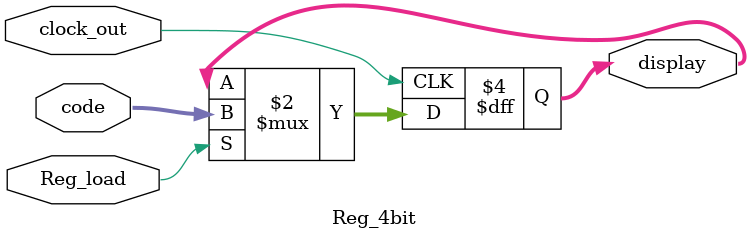
<source format=v>
`timescale 1ns / 1ps

module Reg_4bit (code,Reg_load, clock_out, display);
    input [3:0] code;
    input Reg_load, clock_out;
    output [3:0] display;
    reg [3:0] display;
    always @ (negedge clock_out) begin
        if (Reg_load) display <= code;
    end
endmodule

</source>
